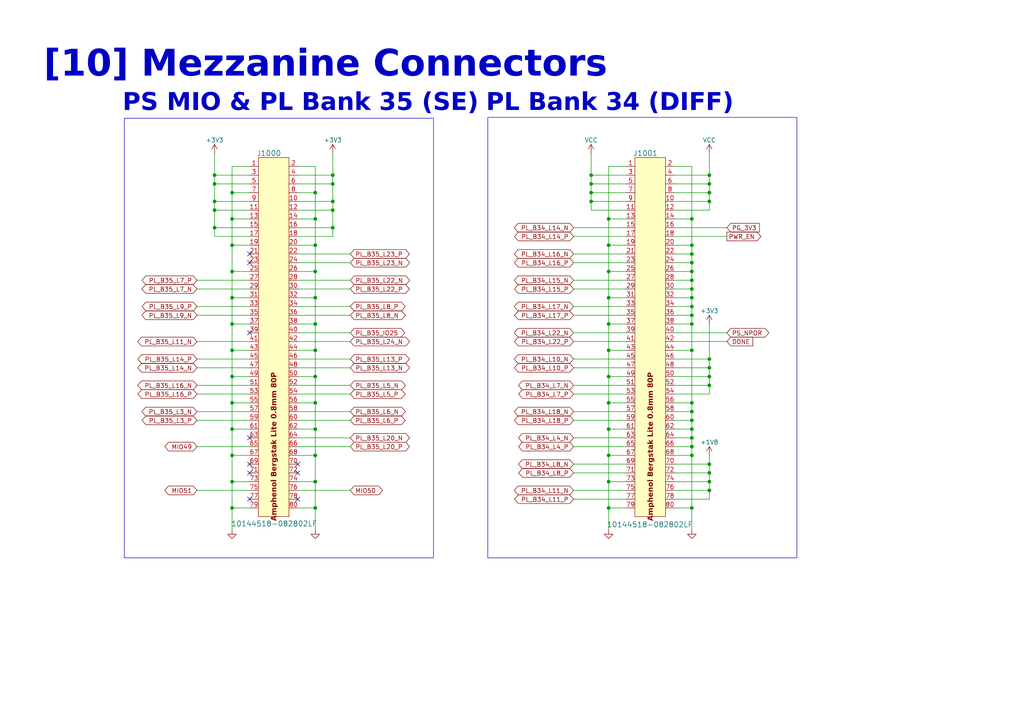
<source format=kicad_sch>
(kicad_sch (version 20231120) (generator "eeschema") (generator_version "8.0")
  (paper "A4")
  (title_block (title "Expansion (Mezzanine)") (date "2023-12-09") (rev "-") (company "Designed By: Dylan Gutierrez"))
  (lib_symbols
    (symbol "10144518-082802LF_1" (pin_names (offset 0.254))
      (property "Reference" "J" (at 5.842 4.064 0))
      (property "Value" "10144518-082802LF" (at 11.43 -103.632 0))
      (symbol "10144518-082802LF_1_1_1"
        (rectangle (start 5.08 2.54) (end 13.97 -101.6) (fill (type background)))
        (text "Amphenol Bergstak Lite 0.8mm 80P" (at 9.652 -81.28 900) (effects (font (size 1.524 1.524) (bold yes))))
        (pin unspecified line (at 2.54 0 0) (length 2.54) (name "") (number "1"))
        (pin unspecified line (at 16.51 -10.16 180) (length 2.54) (name "") (number "10"))
        (pin unspecified line (at 2.54 -12.7 0) (length 2.54) (name "") (number "11"))
        (pin unspecified line (at 16.51 -12.7 180) (length 2.54) (name "") (number "12"))
        (pin unspecified line (at 2.54 -15.24 0) (length 2.54) (name "") (number "13"))
        (pin unspecified line (at 16.51 -15.24 180) (length 2.54) (name "") (number "14"))
        (pin unspecified line (at 2.54 -17.78 0) (length 2.54) (name "") (number "15"))
        (pin unspecified line (at 16.51 -17.78 180) (length 2.54) (name "") (number "16"))
        (pin unspecified line (at 2.54 -20.32 0) (length 2.54) (name "") (number "17"))
        (pin unspecified line (at 16.51 -20.32 180) (length 2.54) (name "") (number "18"))
        (pin unspecified line (at 2.54 -22.86 0) (length 2.54) (name "") (number "19"))
        (pin unspecified line (at 16.51 0 180) (length 2.54) (name "") (number "2"))
        (pin unspecified line (at 16.51 -22.86 180) (length 2.54) (name "") (number "20"))
        (pin unspecified line (at 2.54 -25.4 0) (length 2.54) (name "") (number "21"))
        (pin unspecified line (at 16.51 -25.4 180) (length 2.54) (name "") (number "22"))
        (pin unspecified line (at 2.54 -27.94 0) (length 2.54) (name "") (number "23"))
        (pin unspecified line (at 16.51 -27.94 180) (length 2.54) (name "") (number "24"))
        (pin unspecified line (at 2.54 -30.48 0) (length 2.54) (name "") (number "25"))
        (pin unspecified line (at 16.51 -30.48 180) (length 2.54) (name "") (number "26"))
        (pin unspecified line (at 2.54 -33.02 0) (length 2.54) (name "") (number "27"))
        (pin unspecified line (at 16.51 -33.02 180) (length 2.54) (name "") (number "28"))
        (pin unspecified line (at 2.54 -35.56 0) (length 2.54) (name "") (number "29"))
        (pin unspecified line (at 2.54 -2.54 0) (length 2.54) (name "") (number "3"))
        (pin unspecified line (at 16.51 -35.56 180) (length 2.54) (name "") (number "30"))
        (pin unspecified line (at 2.54 -38.1 0) (length 2.54) (name "") (number "31"))
        (pin unspecified line (at 16.51 -38.1 180) (length 2.54) (name "") (number "32"))
        (pin unspecified line (at 2.54 -40.64 0) (length 2.54) (name "") (number "33"))
        (pin unspecified line (at 16.51 -40.64 180) (length 2.54) (name "") (number "34"))
        (pin unspecified line (at 2.54 -43.18 0) (length 2.54) (name "") (number "35"))
        (pin unspecified line (at 16.51 -43.18 180) (length 2.54) (name "") (number "36"))
        (pin unspecified line (at 2.54 -45.72 0) (length 2.54) (name "") (number "37"))
        (pin unspecified line (at 16.51 -45.72 180) (length 2.54) (name "") (number "38"))
        (pin unspecified line (at 2.54 -48.26 0) (length 2.54) (name "") (number "39"))
        (pin unspecified line (at 16.51 -2.54 180) (length 2.54) (name "") (number "4"))
        (pin unspecified line (at 16.51 -48.26 180) (length 2.54) (name "") (number "40"))
        (pin unspecified line (at 2.54 -50.8 0) (length 2.54) (name "") (number "41"))
        (pin unspecified line (at 16.51 -50.8 180) (length 2.54) (name "") (number "42"))
        (pin unspecified line (at 2.54 -53.34 0) (length 2.54) (name "") (number "43"))
        (pin unspecified line (at 16.51 -53.34 180) (length 2.54) (name "") (number "44"))
        (pin unspecified line (at 2.54 -55.88 0) (length 2.54) (name "") (number "45"))
        (pin unspecified line (at 16.51 -55.88 180) (length 2.54) (name "") (number "46"))
        (pin unspecified line (at 2.54 -58.42 0) (length 2.54) (name "") (number "47"))
        (pin unspecified line (at 16.51 -58.42 180) (length 2.54) (name "") (number "48"))
        (pin unspecified line (at 2.54 -60.96 0) (length 2.54) (name "") (number "49"))
        (pin unspecified line (at 2.54 -5.08 0) (length 2.54) (name "") (number "5"))
        (pin unspecified line (at 16.51 -60.96 180) (length 2.54) (name "") (number "50"))
        (pin unspecified line (at 2.54 -63.5 0) (length 2.54) (name "") (number "51"))
        (pin unspecified line (at 16.51 -63.5 180) (length 2.54) (name "") (number "52"))
        (pin unspecified line (at 2.54 -66.04 0) (length 2.54) (name "") (number "53"))
        (pin unspecified line (at 16.51 -66.04 180) (length 2.54) (name "") (number "54"))
        (pin unspecified line (at 2.54 -68.58 0) (length 2.54) (name "") (number "55"))
        (pin unspecified line (at 16.51 -68.58 180) (length 2.54) (name "") (number "56"))
        (pin unspecified line (at 2.54 -71.12 0) (length 2.54) (name "") (number "57"))
        (pin unspecified line (at 16.51 -71.12 180) (length 2.54) (name "") (number "58"))
        (pin unspecified line (at 2.54 -73.66 0) (length 2.54) (name "") (number "59"))
        (pin unspecified line (at 16.51 -5.08 180) (length 2.54) (name "") (number "6"))
        (pin unspecified line (at 16.51 -73.66 180) (length 2.54) (name "") (number "60"))
        (pin unspecified line (at 2.54 -76.2 0) (length 2.54) (name "") (number "61"))
        (pin unspecified line (at 16.51 -76.2 180) (length 2.54) (name "") (number "62"))
        (pin unspecified line (at 2.54 -78.74 0) (length 2.54) (name "") (number "63"))
        (pin unspecified line (at 16.51 -78.74 180) (length 2.54) (name "") (number "64"))
        (pin unspecified line (at 2.54 -81.28 0) (length 2.54) (name "") (number "65"))
        (pin unspecified line (at 16.51 -81.28 180) (length 2.54) (name "") (number "66"))
        (pin unspecified line (at 2.54 -83.82 0) (length 2.54) (name "") (number "67"))
        (pin unspecified line (at 16.51 -83.82 180) (length 2.54) (name "") (number "68"))
        (pin unspecified line (at 2.54 -86.36 0) (length 2.54) (name "") (number "69"))
        (pin unspecified line (at 2.54 -7.62 0) (length 2.54) (name "") (number "7"))
        (pin unspecified line (at 16.51 -86.36 180) (length 2.54) (name "") (number "70"))
        (pin unspecified line (at 2.54 -88.9 0) (length 2.54) (name "") (number "71"))
        (pin unspecified line (at 16.51 -88.9 180) (length 2.54) (name "") (number "72"))
        (pin unspecified line (at 2.54 -91.44 0) (length 2.54) (name "") (number "73"))
        (pin unspecified line (at 16.51 -91.44 180) (length 2.54) (name "") (number "74"))
        (pin unspecified line (at 2.54 -93.98 0) (length 2.54) (name "") (number "75"))
        (pin unspecified line (at 16.51 -93.98 180) (length 2.54) (name "") (number "76"))
        (pin unspecified line (at 2.54 -96.52 0) (length 2.54) (name "") (number "77"))
        (pin unspecified line (at 16.51 -96.52 180) (length 2.54) (name "") (number "78"))
        (pin unspecified line (at 2.54 -99.06 0) (length 2.54) (name "") (number "79"))
        (pin unspecified line (at 16.51 -7.62 180) (length 2.54) (name "") (number "8"))
        (pin unspecified line (at 16.51 -99.06 180) (length 2.54) (name "") (number "80"))
        (pin unspecified line (at 2.54 -10.16 0) (length 2.54) (name "") (number "9"))
      )
    )
    (symbol "power:+1V8" (power) (pin_names (offset 0))
      (property "Value" "+1V8" (at 0 3.556 0))
      (symbol "+1V8_0_1"
        (polyline (pts (xy -0.762 1.27) (xy 0 2.54)))
        (polyline (pts (xy 0 0) (xy 0 2.54)))
        (polyline (pts (xy 0 2.54) (xy 0.762 1.27)))
      )
      (symbol "+1V8_1_1"
        (pin power_in line (at 0 0 90) (length 0) hide (name "+1V8") (number "1"))
      )
    )
    (symbol "power:+3V3" (power) (pin_names (offset 0))
      (property "Value" "+3V3" (at 0 3.556 0))
      (symbol "+3V3_0_1"
        (polyline (pts (xy -0.762 1.27) (xy 0 2.54)))
        (polyline (pts (xy 0 0) (xy 0 2.54)))
        (polyline (pts (xy 0 2.54) (xy 0.762 1.27)))
      )
      (symbol "+3V3_1_1"
        (pin power_in line (at 0 0 90) (length 0) hide (name "+3V3") (number "1"))
      )
    )
    (symbol "power:GND" (power) (pin_names (offset 0))
      (property "Value" "GND" (at 0 -3.81 0))
      (symbol "GND_0_1"
        (polyline (pts (xy 0 0) (xy 0 -1.27) (xy 1.27 -1.27) (xy 0 -2.54) (xy -1.27 -1.27) (xy 0 -1.27)))
      )
      (symbol "GND_1_1"
        (pin power_in line (at 0 0 270) (length 0) hide (name "GND") (number "1"))
      )
    )
    (symbol "power:VCC" (power) (pin_names (offset 0))
      (property "Value" "VCC" (at 0 3.81 0))
      (symbol "VCC_0_1"
        (polyline (pts (xy -0.762 1.27) (xy 0 2.54)))
        (polyline (pts (xy 0 0) (xy 0 2.54)))
        (polyline (pts (xy 0 2.54) (xy 0.762 1.27)))
      )
      (symbol "VCC_1_1"
        (pin power_in line (at 0 0 90) (length 0) hide (name "VCC") (number "1"))
      )
    )
  )
  (junction (at 67.31 147.32))
  (junction (at 205.74 139.7))
  (junction (at 176.53 93.98))
  (junction (at 62.23 66.04))
  (junction (at 176.53 71.12))
  (junction (at 200.66 83.82))
  (junction (at 96.52 66.04))
  (junction (at 62.23 58.42))
  (junction (at 205.74 111.76))
  (junction (at 200.66 86.36))
  (junction (at 62.23 60.96))
  (junction (at 96.52 58.42))
  (junction (at 91.44 101.6))
  (junction (at 176.53 109.22))
  (junction (at 200.66 132.08))
  (junction (at 205.74 142.24))
  (junction (at 91.44 124.46))
  (junction (at 91.44 93.98))
  (junction (at 67.31 101.6))
  (junction (at 67.31 86.36))
  (junction (at 67.31 124.46))
  (junction (at 91.44 116.84))
  (junction (at 200.66 93.98))
  (junction (at 200.66 76.2))
  (junction (at 171.45 53.34))
  (junction (at 67.31 55.88))
  (junction (at 91.44 132.08))
  (junction (at 176.53 101.6))
  (junction (at 205.74 134.62))
  (junction (at 176.53 139.7))
  (junction (at 91.44 55.88))
  (junction (at 200.66 124.46))
  (junction (at 91.44 86.36))
  (junction (at 200.66 127))
  (junction (at 205.74 55.88))
  (junction (at 200.66 63.5))
  (junction (at 200.66 147.32))
  (junction (at 200.66 73.66))
  (junction (at 200.66 116.84))
  (junction (at 205.74 109.22))
  (junction (at 67.31 139.7))
  (junction (at 91.44 78.74))
  (junction (at 171.45 58.42))
  (junction (at 200.66 129.54))
  (junction (at 96.52 60.96))
  (junction (at 171.45 55.88))
  (junction (at 205.74 58.42))
  (junction (at 96.52 50.8))
  (junction (at 67.31 93.98))
  (junction (at 200.66 81.28))
  (junction (at 176.53 116.84))
  (junction (at 176.53 78.74))
  (junction (at 176.53 86.36))
  (junction (at 200.66 119.38))
  (junction (at 91.44 63.5))
  (junction (at 205.74 104.14))
  (junction (at 67.31 116.84))
  (junction (at 91.44 71.12))
  (junction (at 205.74 50.8))
  (junction (at 176.53 124.46))
  (junction (at 67.31 63.5))
  (junction (at 67.31 78.74))
  (junction (at 200.66 101.6))
  (junction (at 205.74 137.16))
  (junction (at 200.66 88.9))
  (junction (at 67.31 71.12))
  (junction (at 91.44 139.7))
  (junction (at 176.53 132.08))
  (junction (at 200.66 78.74))
  (junction (at 96.52 53.34))
  (junction (at 62.23 50.8))
  (junction (at 205.74 106.68))
  (junction (at 176.53 147.32))
  (junction (at 91.44 109.22))
  (junction (at 200.66 91.44))
  (junction (at 62.23 53.34))
  (junction (at 200.66 121.92))
  (junction (at 200.66 71.12))
  (junction (at 205.74 53.34))
  (junction (at 171.45 50.8))
  (junction (at 176.53 63.5))
  (junction (at 91.44 147.32))
  (junction (at 67.31 132.08))
  (junction (at 67.31 109.22))
  (no_connect (at 86.36 144.78))
  (no_connect (at 72.39 134.62))
  (no_connect (at 86.36 137.16))
  (no_connect (at 86.36 134.62))
  (no_connect (at 72.39 76.2))
  (no_connect (at 72.39 73.66))
  (no_connect (at 72.39 96.52))
  (no_connect (at 72.39 127))
  (no_connect (at 72.39 137.16))
  (no_connect (at 72.39 144.78))
  (wire (pts (xy 205.74 55.88) (xy 205.74 58.42)))
  (wire (pts (xy 205.74 139.7) (xy 205.74 142.24)))
  (wire (pts (xy 195.58 86.36) (xy 200.66 86.36)))
  (wire (pts (xy 96.52 53.34) (xy 96.52 58.42)))
  (wire (pts (xy 86.36 68.58) (xy 96.52 68.58)))
  (wire (pts (xy 195.58 83.82) (xy 200.66 83.82)))
  (wire (pts (xy 176.53 101.6) (xy 176.53 109.22)))
  (wire (pts (xy 181.61 60.96) (xy 171.45 60.96)))
  (wire (pts (xy 181.61 116.84) (xy 176.53 116.84)))
  (wire (pts (xy 67.31 124.46) (xy 67.31 132.08)))
  (wire (pts (xy 91.44 71.12) (xy 91.44 78.74)))
  (wire (pts (xy 86.36 93.98) (xy 91.44 93.98)))
  (wire (pts (xy 86.36 60.96) (xy 96.52 60.96)))
  (wire (pts (xy 72.39 119.38) (xy 57.15 119.38)))
  (wire (pts (xy 67.31 86.36) (xy 67.31 93.98)))
  (wire (pts (xy 91.44 86.36) (xy 91.44 93.98)))
  (wire (pts (xy 176.53 63.5) (xy 176.53 71.12)))
  (wire (pts (xy 181.61 96.52) (xy 166.37 96.52)))
  (wire (pts (xy 86.36 129.54) (xy 101.6 129.54)))
  (wire (pts (xy 176.53 124.46) (xy 176.53 132.08)))
  (wire (pts (xy 67.31 132.08) (xy 67.31 139.7)))
  (wire (pts (xy 181.61 121.92) (xy 166.37 121.92)))
  (wire (pts (xy 195.58 60.96) (xy 205.74 60.96)))
  (wire (pts (xy 195.58 111.76) (xy 205.74 111.76)))
  (wire (pts (xy 91.44 63.5) (xy 91.44 71.12)))
  (wire (pts (xy 200.66 48.26) (xy 200.66 63.5)))
  (wire (pts (xy 195.58 144.78) (xy 205.74 144.78)))
  (wire (pts (xy 200.66 132.08) (xy 200.66 147.32)))
  (wire (pts (xy 176.53 71.12) (xy 176.53 78.74)))
  (wire (pts (xy 72.39 81.28) (xy 57.15 81.28)))
  (wire (pts (xy 205.74 53.34) (xy 205.74 55.88)))
  (wire (pts (xy 72.39 111.76) (xy 57.15 111.76)))
  (wire (pts (xy 200.66 88.9) (xy 200.66 91.44)))
  (wire (pts (xy 195.58 91.44) (xy 200.66 91.44)))
  (wire (pts (xy 181.61 142.24) (xy 166.37 142.24)))
  (wire (pts (xy 86.36 147.32) (xy 91.44 147.32)))
  (wire (pts (xy 195.58 78.74) (xy 200.66 78.74)))
  (wire (pts (xy 96.52 66.04) (xy 96.52 68.58)))
  (wire (pts (xy 91.44 132.08) (xy 91.44 139.7)))
  (wire (pts (xy 200.66 86.36) (xy 200.66 88.9)))
  (wire (pts (xy 86.36 142.24) (xy 101.6 142.24)))
  (wire (pts (xy 86.36 58.42) (xy 96.52 58.42)))
  (wire (pts (xy 91.44 147.32) (xy 91.44 153.67)))
  (wire (pts (xy 62.23 58.42) (xy 62.23 60.96)))
  (wire (pts (xy 195.58 66.04) (xy 210.82 66.04)))
  (wire (pts (xy 72.39 106.68) (xy 57.15 106.68)))
  (wire (pts (xy 181.61 53.34) (xy 171.45 53.34)))
  (wire (pts (xy 62.23 53.34) (xy 62.23 58.42)))
  (wire (pts (xy 72.39 88.9) (xy 57.15 88.9)))
  (wire (pts (xy 67.31 139.7) (xy 67.31 147.32)))
  (wire (pts (xy 195.58 124.46) (xy 200.66 124.46)))
  (wire (pts (xy 205.74 106.68) (xy 205.74 109.22)))
  (wire (pts (xy 86.36 114.3) (xy 101.6 114.3)))
  (wire (pts (xy 181.61 129.54) (xy 166.37 129.54)))
  (wire (pts (xy 72.39 93.98) (xy 67.31 93.98)))
  (wire (pts (xy 181.61 139.7) (xy 176.53 139.7)))
  (wire (pts (xy 86.36 91.44) (xy 101.6 91.44)))
  (wire (pts (xy 176.53 147.32) (xy 176.53 153.67)))
  (wire (pts (xy 72.39 78.74) (xy 67.31 78.74)))
  (wire (pts (xy 195.58 116.84) (xy 200.66 116.84)))
  (wire (pts (xy 195.58 129.54) (xy 200.66 129.54)))
  (wire (pts (xy 181.61 93.98) (xy 176.53 93.98)))
  (wire (pts (xy 86.36 66.04) (xy 96.52 66.04)))
  (wire (pts (xy 200.66 91.44) (xy 200.66 93.98)))
  (wire (pts (xy 86.36 139.7) (xy 91.44 139.7)))
  (wire (pts (xy 195.58 132.08) (xy 200.66 132.08)))
  (wire (pts (xy 171.45 44.45) (xy 171.45 50.8)))
  (wire (pts (xy 195.58 121.92) (xy 200.66 121.92)))
  (wire (pts (xy 86.36 121.92) (xy 101.6 121.92)))
  (wire (pts (xy 205.74 109.22) (xy 205.74 111.76)))
  (wire (pts (xy 195.58 119.38) (xy 200.66 119.38)))
  (wire (pts (xy 195.58 63.5) (xy 200.66 63.5)))
  (wire (pts (xy 67.31 109.22) (xy 67.31 116.84)))
  (wire (pts (xy 72.39 142.24) (xy 57.15 142.24)))
  (wire (pts (xy 200.66 127) (xy 200.66 129.54)))
  (wire (pts (xy 176.53 78.74) (xy 176.53 86.36)))
  (wire (pts (xy 67.31 78.74) (xy 67.31 86.36)))
  (wire (pts (xy 195.58 147.32) (xy 200.66 147.32)))
  (wire (pts (xy 195.58 48.26) (xy 200.66 48.26)))
  (wire (pts (xy 195.58 96.52) (xy 210.82 96.52)))
  (wire (pts (xy 86.36 106.68) (xy 101.6 106.68)))
  (wire (pts (xy 91.44 55.88) (xy 91.44 63.5)))
  (wire (pts (xy 181.61 147.32) (xy 176.53 147.32)))
  (wire (pts (xy 181.61 55.88) (xy 171.45 55.88)))
  (wire (pts (xy 91.44 93.98) (xy 91.44 101.6)))
  (wire (pts (xy 195.58 104.14) (xy 205.74 104.14)))
  (wire (pts (xy 62.23 60.96) (xy 72.39 60.96)))
  (wire (pts (xy 67.31 93.98) (xy 67.31 101.6)))
  (wire (pts (xy 72.39 116.84) (xy 67.31 116.84)))
  (wire (pts (xy 200.66 93.98) (xy 200.66 101.6)))
  (wire (pts (xy 67.31 101.6) (xy 67.31 109.22)))
  (wire (pts (xy 195.58 88.9) (xy 200.66 88.9)))
  (wire (pts (xy 181.61 48.26) (xy 176.53 48.26)))
  (wire (pts (xy 176.53 86.36) (xy 176.53 93.98)))
  (wire (pts (xy 86.36 81.28) (xy 101.6 81.28)))
  (wire (pts (xy 86.36 71.12) (xy 91.44 71.12)))
  (wire (pts (xy 72.39 124.46) (xy 67.31 124.46)))
  (wire (pts (xy 72.39 55.88) (xy 67.31 55.88)))
  (wire (pts (xy 91.44 139.7) (xy 91.44 147.32)))
  (wire (pts (xy 86.36 83.82) (xy 101.6 83.82)))
  (wire (pts (xy 195.58 93.98) (xy 200.66 93.98)))
  (wire (pts (xy 72.39 132.08) (xy 67.31 132.08)))
  (wire (pts (xy 181.61 63.5) (xy 176.53 63.5)))
  (wire (pts (xy 200.66 83.82) (xy 200.66 86.36)))
  (wire (pts (xy 200.66 101.6) (xy 200.66 116.84)))
  (wire (pts (xy 96.52 60.96) (xy 96.52 66.04)))
  (wire (pts (xy 86.36 111.76) (xy 101.6 111.76)))
  (wire (pts (xy 181.61 132.08) (xy 176.53 132.08)))
  (wire (pts (xy 67.31 63.5) (xy 67.31 71.12)))
  (wire (pts (xy 62.23 60.96) (xy 62.23 66.04)))
  (wire (pts (xy 205.74 134.62) (xy 205.74 137.16)))
  (wire (pts (xy 200.66 81.28) (xy 200.66 83.82)))
  (wire (pts (xy 96.52 58.42) (xy 96.52 60.96)))
  (wire (pts (xy 86.36 50.8) (xy 96.52 50.8)))
  (wire (pts (xy 91.44 78.74) (xy 91.44 86.36)))
  (wire (pts (xy 86.36 55.88) (xy 91.44 55.88)))
  (wire (pts (xy 86.36 132.08) (xy 91.44 132.08)))
  (wire (pts (xy 176.53 116.84) (xy 176.53 124.46)))
  (wire (pts (xy 195.58 137.16) (xy 205.74 137.16)))
  (wire (pts (xy 91.44 48.26) (xy 91.44 55.88)))
  (wire (pts (xy 62.23 50.8) (xy 62.23 53.34)))
  (wire (pts (xy 181.61 99.06) (xy 166.37 99.06)))
  (wire (pts (xy 195.58 142.24) (xy 205.74 142.24)))
  (wire (pts (xy 181.61 58.42) (xy 171.45 58.42)))
  (wire (pts (xy 176.53 48.26) (xy 176.53 63.5)))
  (wire (pts (xy 72.39 109.22) (xy 67.31 109.22)))
  (wire (pts (xy 86.36 101.6) (xy 91.44 101.6)))
  (wire (pts (xy 72.39 83.82) (xy 57.15 83.82)))
  (wire (pts (xy 181.61 86.36) (xy 176.53 86.36)))
  (wire (pts (xy 195.58 50.8) (xy 205.74 50.8)))
  (wire (pts (xy 72.39 101.6) (xy 67.31 101.6)))
  (wire (pts (xy 195.58 55.88) (xy 205.74 55.88)))
  (wire (pts (xy 72.39 114.3) (xy 57.15 114.3)))
  (wire (pts (xy 86.36 53.34) (xy 96.52 53.34)))
  (wire (pts (xy 86.36 124.46) (xy 91.44 124.46)))
  (wire (pts (xy 62.23 68.58) (xy 72.39 68.58)))
  (wire (pts (xy 195.58 68.58) (xy 210.82 68.58)))
  (wire (pts (xy 86.36 96.52) (xy 101.6 96.52)))
  (wire (pts (xy 181.61 111.76) (xy 166.37 111.76)))
  (wire (pts (xy 200.66 116.84) (xy 200.66 119.38)))
  (wire (pts (xy 195.58 71.12) (xy 200.66 71.12)))
  (wire (pts (xy 62.23 66.04) (xy 72.39 66.04)))
  (wire (pts (xy 86.36 116.84) (xy 91.44 116.84)))
  (wire (pts (xy 96.52 50.8) (xy 96.52 53.34)))
  (wire (pts (xy 91.44 116.84) (xy 91.44 124.46)))
  (wire (pts (xy 72.39 147.32) (xy 67.31 147.32)))
  (wire (pts (xy 200.66 121.92) (xy 200.66 124.46)))
  (wire (pts (xy 181.61 73.66) (xy 166.37 73.66)))
  (wire (pts (xy 181.61 134.62) (xy 166.37 134.62)))
  (wire (pts (xy 72.39 91.44) (xy 57.15 91.44)))
  (wire (pts (xy 195.58 73.66) (xy 200.66 73.66)))
  (wire (pts (xy 86.36 104.14) (xy 101.6 104.14)))
  (wire (pts (xy 62.23 50.8) (xy 72.39 50.8)))
  (wire (pts (xy 195.58 109.22) (xy 205.74 109.22)))
  (wire (pts (xy 205.74 137.16) (xy 205.74 139.7)))
  (wire (pts (xy 181.61 91.44) (xy 166.37 91.44)))
  (wire (pts (xy 195.58 101.6) (xy 200.66 101.6)))
  (wire (pts (xy 205.74 93.98) (xy 205.74 104.14)))
  (wire (pts (xy 72.39 48.26) (xy 67.31 48.26)))
  (wire (pts (xy 205.74 50.8) (xy 205.74 53.34)))
  (wire (pts (xy 171.45 55.88) (xy 171.45 58.42)))
  (wire (pts (xy 181.61 71.12) (xy 176.53 71.12)))
  (wire (pts (xy 205.74 58.42) (xy 205.74 60.96)))
  (wire (pts (xy 181.61 127) (xy 166.37 127)))
  (wire (pts (xy 171.45 53.34) (xy 171.45 55.88)))
  (wire (pts (xy 195.58 114.3) (xy 205.74 114.3)))
  (wire (pts (xy 91.44 124.46) (xy 91.44 132.08)))
  (wire (pts (xy 67.31 48.26) (xy 67.31 55.88)))
  (wire (pts (xy 86.36 63.5) (xy 91.44 63.5)))
  (wire (pts (xy 181.61 81.28) (xy 166.37 81.28)))
  (wire (pts (xy 195.58 58.42) (xy 205.74 58.42)))
  (wire (pts (xy 86.36 48.26) (xy 91.44 48.26)))
  (wire (pts (xy 181.61 83.82) (xy 166.37 83.82)))
  (wire (pts (xy 171.45 50.8) (xy 171.45 53.34)))
  (wire (pts (xy 205.74 111.76) (xy 205.74 114.3)))
  (wire (pts (xy 181.61 104.14) (xy 166.37 104.14)))
  (wire (pts (xy 86.36 73.66) (xy 101.6 73.66)))
  (wire (pts (xy 205.74 132.08) (xy 205.74 134.62)))
  (wire (pts (xy 181.61 124.46) (xy 176.53 124.46)))
  (wire (pts (xy 181.61 88.9) (xy 166.37 88.9)))
  (wire (pts (xy 200.66 124.46) (xy 200.66 127)))
  (wire (pts (xy 195.58 53.34) (xy 205.74 53.34)))
  (wire (pts (xy 86.36 76.2) (xy 101.6 76.2)))
  (wire (pts (xy 91.44 101.6) (xy 91.44 109.22)))
  (wire (pts (xy 181.61 137.16) (xy 166.37 137.16)))
  (wire (pts (xy 176.53 132.08) (xy 176.53 139.7)))
  (wire (pts (xy 72.39 86.36) (xy 67.31 86.36)))
  (wire (pts (xy 195.58 99.06) (xy 210.82 99.06)))
  (wire (pts (xy 96.52 44.45) (xy 96.52 50.8)))
  (wire (pts (xy 62.23 44.45) (xy 62.23 50.8)))
  (wire (pts (xy 195.58 81.28) (xy 200.66 81.28)))
  (wire (pts (xy 205.74 44.45) (xy 205.74 50.8)))
  (wire (pts (xy 176.53 93.98) (xy 176.53 101.6)))
  (wire (pts (xy 195.58 76.2) (xy 200.66 76.2)))
  (wire (pts (xy 181.61 101.6) (xy 176.53 101.6)))
  (wire (pts (xy 86.36 127) (xy 101.6 127)))
  (wire (pts (xy 67.31 71.12) (xy 67.31 78.74)))
  (wire (pts (xy 181.61 76.2) (xy 166.37 76.2)))
  (wire (pts (xy 86.36 88.9) (xy 101.6 88.9)))
  (wire (pts (xy 200.66 71.12) (xy 200.66 73.66)))
  (wire (pts (xy 72.39 139.7) (xy 67.31 139.7)))
  (wire (pts (xy 86.36 119.38) (xy 101.6 119.38)))
  (wire (pts (xy 200.66 119.38) (xy 200.66 121.92)))
  (wire (pts (xy 200.66 129.54) (xy 200.66 132.08)))
  (wire (pts (xy 62.23 53.34) (xy 72.39 53.34)))
  (wire (pts (xy 62.23 58.42) (xy 72.39 58.42)))
  (wire (pts (xy 205.74 142.24) (xy 205.74 144.78)))
  (wire (pts (xy 181.61 114.3) (xy 166.37 114.3)))
  (wire (pts (xy 181.61 119.38) (xy 166.37 119.38)))
  (wire (pts (xy 176.53 109.22) (xy 176.53 116.84)))
  (wire (pts (xy 205.74 104.14) (xy 205.74 106.68)))
  (wire (pts (xy 86.36 109.22) (xy 91.44 109.22)))
  (wire (pts (xy 91.44 109.22) (xy 91.44 116.84)))
  (wire (pts (xy 181.61 68.58) (xy 166.37 68.58)))
  (wire (pts (xy 195.58 127) (xy 200.66 127)))
  (wire (pts (xy 166.37 66.04) (xy 181.61 66.04)))
  (wire (pts (xy 181.61 50.8) (xy 171.45 50.8)))
  (wire (pts (xy 200.66 78.74) (xy 200.66 81.28)))
  (wire (pts (xy 62.23 66.04) (xy 62.23 68.58)))
  (wire (pts (xy 72.39 63.5) (xy 67.31 63.5)))
  (wire (pts (xy 72.39 121.92) (xy 57.15 121.92)))
  (wire (pts (xy 86.36 86.36) (xy 91.44 86.36)))
  (wire (pts (xy 171.45 58.42) (xy 171.45 60.96)))
  (wire (pts (xy 181.61 106.68) (xy 166.37 106.68)))
  (wire (pts (xy 200.66 76.2) (xy 200.66 78.74)))
  (wire (pts (xy 72.39 99.06) (xy 57.15 99.06)))
  (wire (pts (xy 72.39 129.54) (xy 57.15 129.54)))
  (wire (pts (xy 195.58 139.7) (xy 205.74 139.7)))
  (wire (pts (xy 72.39 104.14) (xy 57.15 104.14)))
  (wire (pts (xy 86.36 78.74) (xy 91.44 78.74)))
  (wire (pts (xy 200.66 147.32) (xy 200.66 153.67)))
  (wire (pts (xy 200.66 73.66) (xy 200.66 76.2)))
  (wire (pts (xy 181.61 144.78) (xy 166.37 144.78)))
  (wire (pts (xy 72.39 71.12) (xy 67.31 71.12)))
  (wire (pts (xy 176.53 139.7) (xy 176.53 147.32)))
  (wire (pts (xy 195.58 106.68) (xy 205.74 106.68)))
  (wire (pts (xy 67.31 147.32) (xy 67.31 153.67)))
  (wire (pts (xy 67.31 116.84) (xy 67.31 124.46)))
  (wire (pts (xy 67.31 55.88) (xy 67.31 63.5)))
  (wire (pts (xy 181.61 109.22) (xy 176.53 109.22)))
  (wire (pts (xy 86.36 99.06) (xy 101.6 99.06)))
  (wire (pts (xy 181.61 78.74) (xy 176.53 78.74)))
  (wire (pts (xy 195.58 134.62) (xy 205.74 134.62)))
  (wire (pts (xy 200.66 63.5) (xy 200.66 71.12)))
  (rectangle (start 141.478 34.036) (end 231.14 161.798))
  (rectangle (start 36.068 34.29) (end 125.73 161.798))
  (text "PL Bank 34 (DIFF)" (at 140.97 34.29 0) (effects (font (size 5.08 5.08) (thickness 0.508) (bold yes) (italic yes)) (justify left bottom)))
  (text "[10] Mezzanine Connectors" (at 12.7 25.4 0) (effects (font (size 7.62 7.62) (thickness 1.016) (bold yes)) (justify left bottom)))
  (text "PS MIO & PL Bank 35 (SE)" (at 35.56 34.29 0) (effects (font (size 5.08 5.08) (thickness 0.508) (bold yes) (italic yes)) (justify left bottom)))
  (global_label "PL_B34_L18_P" (shape bidirectional) (at 166.37 121.92 180) (property "Intersheetrefs" "${INTERSHEET_REFS}" (effects (hide yes))))
  (global_label "PL_B34_L18_N" (shape bidirectional) (at 166.37 119.38 180) (property "Intersheetrefs" "${INTERSHEET_REFS}" (effects (hide yes))))
  (global_label "PL_B34_L15_P" (shape bidirectional) (at 166.37 83.82 180) (property "Intersheetrefs" "${INTERSHEET_REFS}" (effects (hide yes))))
  (global_label "PL_B35_L3_P" (shape bidirectional) (at 57.15 121.92 180) (property "Intersheetrefs" "${INTERSHEET_REFS}" (effects (hide yes))))
  (global_label "PL_B34_L22_N" (shape bidirectional) (at 166.37 96.52 180) (property "Intersheetrefs" "${INTERSHEET_REFS}" (effects (hide yes))))
  (global_label "PL_B35_L14_P" (shape bidirectional) (at 57.15 104.14 180) (property "Intersheetrefs" "${INTERSHEET_REFS}" (effects (hide yes))))
  (global_label "PL_B34_L4_N" (shape bidirectional) (at 166.37 127 180) (property "Intersheetrefs" "${INTERSHEET_REFS}" (effects (hide yes))))
  (global_label "DONE" (shape input) (at 210.82 99.06 0) (property "Intersheetrefs" "${INTERSHEET_REFS}" (effects (hide yes))))
  (global_label "PL_B35_L9_P" (shape bidirectional) (at 57.15 88.9 180) (property "Intersheetrefs" "${INTERSHEET_REFS}" (effects (hide yes))))
  (global_label "PL_B34_L16_N" (shape bidirectional) (at 166.37 73.66 180) (property "Intersheetrefs" "${INTERSHEET_REFS}" (effects (hide yes))))
  (global_label "PL_B34_L16_P" (shape bidirectional) (at 166.37 76.2 180) (property "Intersheetrefs" "${INTERSHEET_REFS}" (effects (hide yes))))
  (global_label "PL_B34_L10_N" (shape bidirectional) (at 166.37 104.14 180) (property "Intersheetrefs" "${INTERSHEET_REFS}" (effects (hide yes))))
  (global_label "MIO51" (shape bidirectional) (at 57.15 142.24 180) (property "Intersheetrefs" "${INTERSHEET_REFS}" (effects (hide yes))))
  (global_label "PL_B34_L17_P" (shape bidirectional) (at 166.37 91.44 180) (property "Intersheetrefs" "${INTERSHEET_REFS}" (effects (hide yes))))
  (global_label "PL_B35_IO25" (shape bidirectional) (at 101.6 96.52 0) (property "Intersheetrefs" "${INTERSHEET_REFS}" (effects (hide yes))))
  (global_label "PL_B35_L9_N" (shape bidirectional) (at 57.15 91.44 180) (property "Intersheetrefs" "${INTERSHEET_REFS}" (effects (hide yes))))
  (global_label "PL_B34_L14_P" (shape bidirectional) (at 166.37 68.58 180) (property "Intersheetrefs" "${INTERSHEET_REFS}" (effects (hide yes))))
  (global_label "PL_B35_L5_N" (shape bidirectional) (at 101.6 111.76 0) (property "Intersheetrefs" "${INTERSHEET_REFS}" (effects (hide yes))))
  (global_label "PL_B35_L24_N" (shape bidirectional) (at 101.6 99.06 0) (property "Intersheetrefs" "${INTERSHEET_REFS}" (effects (hide yes))))
  (global_label "PL_B34_L8_N" (shape bidirectional) (at 166.37 134.62 180) (property "Intersheetrefs" "${INTERSHEET_REFS}" (effects (hide yes))))
  (global_label "PL_B35_L6_N" (shape bidirectional) (at 101.6 119.38 0) (property "Intersheetrefs" "${INTERSHEET_REFS}" (effects (hide yes))))
  (global_label "PL_B35_L16_N" (shape bidirectional) (at 57.15 111.76 180) (property "Intersheetrefs" "${INTERSHEET_REFS}" (effects (hide yes))))
  (global_label "PL_B35_L7_N" (shape bidirectional) (at 57.15 83.82 180) (property "Intersheetrefs" "${INTERSHEET_REFS}" (effects (hide yes))))
  (global_label "PL_B35_L20_P" (shape bidirectional) (at 101.6 129.54 0) (property "Intersheetrefs" "${INTERSHEET_REFS}" (effects (hide yes))))
  (global_label "PWR_EN" (shape output) (at 210.82 68.58 0) (effects (font (thickness 0.1588))) (property "Intersheetrefs" "${INTERSHEET_REFS}" (effects (hide yes))))
  (global_label "PL_B35_L6_P" (shape bidirectional) (at 101.6 121.92 0) (property "Intersheetrefs" "${INTERSHEET_REFS}" (effects (hide yes))))
  (global_label "PL_B34_L4_P" (shape bidirectional) (at 166.37 129.54 180) (property "Intersheetrefs" "${INTERSHEET_REFS}" (effects (hide yes))))
  (global_label "PL_B35_L7_P" (shape bidirectional) (at 57.15 81.28 180) (property "Intersheetrefs" "${INTERSHEET_REFS}" (effects (hide yes))))
  (global_label "PL_B34_L10_P" (shape bidirectional) (at 166.37 106.68 180) (property "Intersheetrefs" "${INTERSHEET_REFS}" (effects (hide yes))))
  (global_label "PL_B34_L8_P" (shape bidirectional) (at 166.37 137.16 180) (property "Intersheetrefs" "${INTERSHEET_REFS}" (effects (hide yes))))
  (global_label "PL_B34_L7_P" (shape bidirectional) (at 166.37 114.3 180) (property "Intersheetrefs" "${INTERSHEET_REFS}" (effects (hide yes))))
  (global_label "PL_B35_L23_P" (shape bidirectional) (at 101.6 73.66 0) (property "Intersheetrefs" "${INTERSHEET_REFS}" (effects (hide yes))))
  (global_label "PL_B35_L20_N" (shape bidirectional) (at 101.6 127 0) (property "Intersheetrefs" "${INTERSHEET_REFS}" (effects (hide yes))))
  (global_label "PL_B34_L11_N" (shape bidirectional) (at 166.37 142.24 180) (property "Intersheetrefs" "${INTERSHEET_REFS}" (effects (hide yes))))
  (global_label "PL_B34_L15_N" (shape bidirectional) (at 166.37 81.28 180) (property "Intersheetrefs" "${INTERSHEET_REFS}" (effects (hide yes))))
  (global_label "PL_B35_L23_N" (shape bidirectional) (at 101.6 76.2 0) (property "Intersheetrefs" "${INTERSHEET_REFS}" (effects (hide yes))))
  (global_label "PG_3V3" (shape input) (at 210.82 66.04 0) (property "Intersheetrefs" "${INTERSHEET_REFS}" (effects (hide yes))))
  (global_label "PL_B34_L22_P" (shape bidirectional) (at 166.37 99.06 180) (property "Intersheetrefs" "${INTERSHEET_REFS}" (effects (hide yes))))
  (global_label "PL_B35_L13_P" (shape bidirectional) (at 101.6 104.14 0) (property "Intersheetrefs" "${INTERSHEET_REFS}" (effects (hide yes))))
  (global_label "PL_B35_L3_N" (shape bidirectional) (at 57.15 119.38 180) (property "Intersheetrefs" "${INTERSHEET_REFS}" (effects (hide yes))))
  (global_label "PL_B35_L13_N" (shape bidirectional) (at 101.6 106.68 0) (property "Intersheetrefs" "${INTERSHEET_REFS}" (effects (hide yes))))
  (global_label "PS_NPOR" (shape bidirectional) (at 210.82 96.52 0) (property "Intersheetrefs" "${INTERSHEET_REFS}" (effects (hide yes))))
  (global_label "MIO50" (shape bidirectional) (at 101.6 142.24 0) (property "Intersheetrefs" "${INTERSHEET_REFS}" (effects (hide yes))))
  (global_label "PL_B35_L22_P" (shape bidirectional) (at 101.6 83.82 0) (property "Intersheetrefs" "${INTERSHEET_REFS}" (effects (hide yes))))
  (global_label "PL_B35_L5_P" (shape bidirectional) (at 101.6 114.3 0) (property "Intersheetrefs" "${INTERSHEET_REFS}" (effects (hide yes))))
  (global_label "PL_B35_L8_N" (shape bidirectional) (at 101.6 91.44 0) (property "Intersheetrefs" "${INTERSHEET_REFS}" (effects (hide yes))))
  (global_label "PL_B35_L14_N" (shape bidirectional) (at 57.15 106.68 180) (property "Intersheetrefs" "${INTERSHEET_REFS}" (effects (hide yes))))
  (global_label "PL_B35_L11_N" (shape bidirectional) (at 57.15 99.06 180) (property "Intersheetrefs" "${INTERSHEET_REFS}" (effects (hide yes))))
  (global_label "PL_B34_L14_N" (shape bidirectional) (at 166.37 66.04 180) (property "Intersheetrefs" "${INTERSHEET_REFS}" (effects (hide yes))))
  (global_label "PL_B34_L17_N" (shape bidirectional) (at 166.37 88.9 180) (property "Intersheetrefs" "${INTERSHEET_REFS}" (effects (hide yes))))
  (global_label "MIO49" (shape bidirectional) (at 57.15 129.54 180) (property "Intersheetrefs" "${INTERSHEET_REFS}" (effects (hide yes))))
  (global_label "PL_B34_L11_P" (shape bidirectional) (at 166.37 144.78 180) (property "Intersheetrefs" "${INTERSHEET_REFS}" (effects (hide yes))))
  (global_label "PL_B35_L22_N" (shape bidirectional) (at 101.6 81.28 0) (property "Intersheetrefs" "${INTERSHEET_REFS}" (effects (hide yes))))
  (global_label "PL_B35_L16_P" (shape bidirectional) (at 57.15 114.3 180) (property "Intersheetrefs" "${INTERSHEET_REFS}" (effects (hide yes))))
  (global_label "PL_B35_L8_P" (shape bidirectional) (at 101.6 88.9 0) (property "Intersheetrefs" "${INTERSHEET_REFS}" (effects (hide yes))))
  (global_label "PL_B34_L7_N" (shape bidirectional) (at 166.37 111.76 180) (property "Intersheetrefs" "${INTERSHEET_REFS}" (effects (hide yes))))
  (symbol (lib_id "power:VCC") (at 205.74 44.45 0) (unit 1)
    (property "Reference" "#PWR0213" (effects (hide yes)))
    (property "Value" "VCC" (at 205.74 40.64 0))
  )
  (symbol (lib_id "power:+3V3") (at 96.52 44.45 0) (unit 1)
    (property "Reference" "#PWR0210" (effects (hide yes)))
    (property "Value" "+3V3" (at 96.52 40.64 0))
  )
  (symbol (lib_name "10144518-082802LF_1") (lib_id "ZeBra-X:10144518-082802LF") (at 179.07 48.26 0) (unit 1)
    (property "Reference" "J1001" (at 187.198 44.45 0) (effects (font (size 1.524 1.524))))
    (property "Value" "10144518-082802LF" (at 188.468 152.146 0) (effects (font (size 1.524 1.524))))
    (property "Footprint" "ZeBra_footprints:CONN_10144518_AMP" (effects (hide yes)))
    (property "Datasheet" "https://cdn.amphenol-cs.com/media/wysiwyg/files/documentation/datasheet/boardwiretoboard/bwb_bergstak_lite_0_80mm.pdf" (effects (hide yes)))
    (property "Description" "80 Position Connector Plug, Center Strip Contacts Surface Mount Gold" (effects (hide yes)))
    (property "Manufacturer" "Amphenol" (effects (hide yes)))
    (property "Manufacturer PN" "10144518-082802LF" (effects (hide yes)))
    (property "Distributor Link" "https://www.digikey.com/en/products/detail/amphenol-cs-fci/10144518-082802LF/8572995" (effects (hide yes)))
  )
  (symbol (lib_id "power:+3V3") (at 205.74 93.98 0) (unit 1)
    (property "Reference" "#PWR0215" (effects (hide yes)))
    (property "Value" "+3V3" (at 205.74 90.17 0))
  )
  (symbol (lib_name "10144518-082802LF_1") (lib_id "ZeBra-X:10144518-082802LF") (at 69.85 48.26 0) (unit 1)
    (property "Reference" "J1000" (at 77.978 44.45 0) (effects (font (size 1.524 1.524))))
    (property "Value" "10144518-082802LF" (at 79.502 151.892 0) (effects (font (size 1.524 1.524))))
    (property "Footprint" "ZeBra_footprints:CONN_10144518_AMP" (effects (hide yes)))
    (property "Datasheet" "https://cdn.amphenol-cs.com/media/wysiwyg/files/documentation/datasheet/boardwiretoboard/bwb_bergstak_lite_0_80mm.pdf" (effects (hide yes)))
    (property "Description" "80 Position Connector Plug, Center Strip Contacts Surface Mount Gold" (effects (hide yes)))
    (property "Manufacturer" "Amphenol" (effects (hide yes)))
    (property "Manufacturer PN" "10144518-082802LF" (effects (hide yes)))
    (property "Distributor Link" "https://www.digikey.com/en/products/detail/amphenol-cs-fci/10144518-082802LF/8572995" (effects (hide yes)))
  )
  (symbol (lib_id "power:GND") (at 200.66 153.67 0) (unit 1)
    (property "Reference" "#PWR0217" (effects (hide yes)))
    (property "Value" "GND" (effects (hide yes)))
  )
  (symbol (lib_id "power:+3V3") (at 62.23 44.45 0) (unit 1)
    (property "Reference" "#PWR0208" (effects (hide yes)))
    (property "Value" "+3V3" (at 62.23 40.64 0))
  )
  (symbol (lib_id "power:GND") (at 67.31 153.67 0) (unit 1)
    (property "Reference" "#PWR0209" (effects (hide yes)))
    (property "Value" "GND" (effects (hide yes)))
  )
  (symbol (lib_id "power:GND") (at 91.44 153.67 0) (unit 1)
    (property "Reference" "#PWR0211" (effects (hide yes)))
    (property "Value" "GND" (effects (hide yes)))
  )
  (symbol (lib_id "power:VCC") (at 171.45 44.45 0) (unit 1)
    (property "Reference" "#PWR0212" (effects (hide yes)))
    (property "Value" "VCC" (at 171.45 40.64 0))
  )
  (symbol (lib_id "power:GND") (at 176.53 153.67 0) (unit 1)
    (property "Reference" "#PWR0216" (effects (hide yes)))
    (property "Value" "GND" (effects (hide yes)))
  )
  (symbol (lib_id "power:+1V8") (at 205.74 132.08 0) (unit 1)
    (property "Reference" "#PWR0214" (effects (hide yes)))
    (property "Value" "+1V8" (at 205.74 128.27 0))
  )
)
</source>
